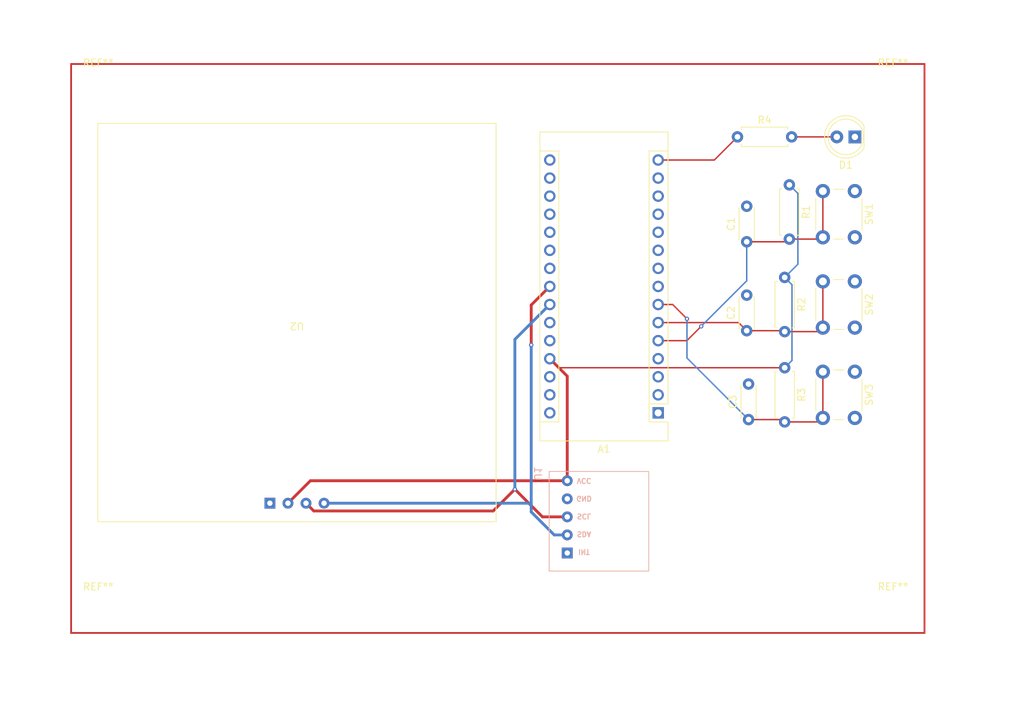
<source format=kicad_pcb>
(kicad_pcb (version 20211014) (generator pcbnew)
  (layers (0 "F.Cu" signal "Front") (31 "B.Cu" signal "Back") (34 "B.Paste" user) (35 "F.Paste" user) (36 "B.SilkS" user "B.Silkscreen") (37 "F.SilkS" user "F.Silkscreen") (38 "B.Mask" user) (39 "F.Mask" user) (44 "Edge.Cuts" user))
  (net 0 "")
  (net 4 "GND")
  (net 5 "Net-(A1-Pad5)")
  (net 6 "Net-(A1-Pad6)")
  (net 7 "Net-(A1-Pad7)")
  (net 15 "Net-(A1-Pad15)")
  (net 23 "Net-(A1-Pad23)")
  (net 24 "Net-(A1-Pad24)")
  (net 27 "+5V")
  (net 30 "Net-(D1-Pad2)")
  (footprint "Resistor_THT:R_Axial_DIN0207_L6.3mm_D2.5mm_P7.62mm_Horizontal" (layer "F.Cu") (at 181 67 -90)
    (fp_text reference "R1" (at 3.81 -2.37 90) (layer "F.SilkS"))
    (fp_text value "1k")
    (fp_line (start 0.54 1.37) (end 7.08 1.37) (layer "F.SilkS") (width 0.12))
    (fp_line (start 0.54 -1.37) (end 7.08 -1.37) (layer "F.SilkS") (width 0.12))
    (fp_line (start 7.08 -1.37) (end 7.08 -1.04) (layer "F.SilkS") (width 0.12))
    (fp_line (start 0.54 -1.04) (end 0.54 -1.37) (layer "F.SilkS") (width 0.12))
    (fp_line (start 0.54 1.04) (end 0.54 1.37) (layer "F.SilkS") (width 0.12))
    (fp_line (start 7.08 1.37) (end 7.08 1.04) (layer "F.SilkS") (width 0.12))
    (pad "1" thru_hole circle (at 0 0 270) (size 1.6 1.6) (drill 0.8) (layers *.Cu *.Mask) (net 27 "+5V"))
    (pad "2" thru_hole oval (at 7.62 0 270) (size 1.6 1.6) (drill 0.8) (layers *.Cu *.Mask) (net 5 "Net-(A1-Pad5)"))
  )
  (footprint "MountingHole:MountingHole_2.5mm" (layer "F.Cu") (at 83.82 53.34)
    (fp_text reference "REF**" (at 0 -3.5) (layer "F.SilkS"))
    (fp_text value "MountingHole_2.5mm")
    (pad "" np_thru_hole circle (at 0 0) (size 2.5 2.5) (drill 2.5) (layers *.Cu *.Mask))
  )
  (footprint "MountingHole:MountingHole_2.5mm" (layer "F.Cu") (at 195.58 53.34)
    (fp_text reference "REF**" (at 0 -3.5) (layer "F.SilkS"))
    (fp_text value "MountingHole_2.5mm")
    (pad "" np_thru_hole circle (at 0 0) (size 2.5 2.5) (drill 2.5) (layers *.Cu *.Mask))
  )
  (footprint "Button_Switch_THT:SW_PUSH_6mm" (layer "F.Cu") (at 190.21 80.57 -90)
    (fp_text reference "SW2" (at 3.25 -2 90) (layer "F.SilkS"))
    (fp_text value "SW_Push")
    (fp_line (start 5.5 -1) (end 1 -1) (layer "F.SilkS") (width 0.12))
    (fp_line (start 1 5.5) (end 5.5 5.5) (layer "F.SilkS") (width 0.12))
    (fp_line (start 6.75 3) (end 6.75 1.5) (layer "F.SilkS") (width 0.12))
    (fp_line (start -0.25 1.5) (end -0.25 3) (layer "F.SilkS") (width 0.12))
    (pad "1" thru_hole circle (at 0 0) (size 2 2) (drill 1.1) (layers *.Cu *.Mask) (net 4 "GND"))
    (pad "1" thru_hole circle (at 6.5 0) (size 2 2) (drill 1.1) (layers *.Cu *.Mask) (net 4 "GND"))
    (pad "2" thru_hole circle (at 6.5 4.5) (size 2 2) (drill 1.1) (layers *.Cu *.Mask) (net 6 "Net-(A1-Pad6)"))
    (pad "2" thru_hole circle (at 0 4.5) (size 2 2) (drill 1.1) (layers *.Cu *.Mask) (net 6 "Net-(A1-Pad6)"))
  )
  (footprint "Resistor_THT:R_Axial_DIN0207_L6.3mm_D2.5mm_P7.62mm_Horizontal" (layer "F.Cu") (at 180.34 92.71 -90)
    (fp_text reference "R3" (at 3.81 -2.37 90) (layer "F.SilkS"))
    (fp_text value "1k")
    (fp_line (start 0.54 1.37) (end 7.08 1.37) (layer "F.SilkS") (width 0.12))
    (fp_line (start 7.08 1.37) (end 7.08 1.04) (layer "F.SilkS") (width 0.12))
    (fp_line (start 0.54 -1.37) (end 7.08 -1.37) (layer "F.SilkS") (width 0.12))
    (fp_line (start 0.54 -1.04) (end 0.54 -1.37) (layer "F.SilkS") (width 0.12))
    (fp_line (start 7.08 -1.37) (end 7.08 -1.04) (layer "F.SilkS") (width 0.12))
    (fp_line (start 0.54 1.04) (end 0.54 1.37) (layer "F.SilkS") (width 0.12))
    (pad "1" thru_hole circle (at 0 0 270) (size 1.6 1.6) (drill 0.8) (layers *.Cu *.Mask) (net 27 "+5V"))
    (pad "2" thru_hole oval (at 7.62 0 270) (size 1.6 1.6) (drill 0.8) (layers *.Cu *.Mask) (net 7 "Net-(A1-Pad7)"))
  )
  (footprint "MountingHole:MountingHole_2.5mm" (layer "F.Cu") (at 83.82 127)
    (fp_text reference "REF**" (at 0 -3.5) (layer "F.SilkS"))
    (fp_text value "MountingHole_2.5mm")
    (pad "" np_thru_hole circle (at 0 0) (size 2.5 2.5) (drill 2.5) (layers *.Cu *.Mask))
  )
  (footprint "Capacitor_THT:C_Disc_D4.3mm_W1.9mm_P5.00mm" (layer "F.Cu") (at 175.26 100 90)
    (fp_text reference "C3" (at 2.5 -2.2 90) (layer "F.SilkS"))
    (fp_text value "100n")
    (fp_line (start 0.23 1.055) (end 0.23 1.07) (layer "F.SilkS") (width 0.12))
    (fp_line (start 0.23 -1.07) (end 0.23 -1.055) (layer "F.SilkS") (width 0.12))
    (fp_line (start 4.77 1.055) (end 4.77 1.07) (layer "F.SilkS") (width 0.12))
    (fp_line (start 0.23 -1.07) (end 4.77 -1.07) (layer "F.SilkS") (width 0.12))
    (fp_line (start 4.77 -1.07) (end 4.77 -1.055) (layer "F.SilkS") (width 0.12))
    (fp_line (start 0.23 1.07) (end 4.77 1.07) (layer "F.SilkS") (width 0.12))
    (pad "1" thru_hole circle (at 0 0 90) (size 1.6 1.6) (drill 0.8) (layers *.Cu *.Mask) (net 7 "Net-(A1-Pad7)"))
    (pad "2" thru_hole circle (at 5 0 90) (size 1.6 1.6) (drill 0.8) (layers *.Cu *.Mask) (net 4 "GND"))
  )
  (footprint "Button_Switch_THT:SW_PUSH_6mm" (layer "F.Cu") (at 190.21 93.27 -90)
    (fp_text reference "SW3" (at 3.25 -2 90) (layer "F.SilkS"))
    (fp_text value "SW_Push")
    (fp_line (start 5.5 -1) (end 1 -1) (layer "F.SilkS") (width 0.12))
    (fp_line (start 6.75 3) (end 6.75 1.5) (layer "F.SilkS") (width 0.12))
    (fp_line (start -0.25 1.5) (end -0.25 3) (layer "F.SilkS") (width 0.12))
    (fp_line (start 1 5.5) (end 5.5 5.5) (layer "F.SilkS") (width 0.12))
    (pad "1" thru_hole circle (at 0 0) (size 2 2) (drill 1.1) (layers *.Cu *.Mask) (net 4 "GND"))
    (pad "1" thru_hole circle (at 6.5 0) (size 2 2) (drill 1.1) (layers *.Cu *.Mask) (net 4 "GND"))
    (pad "2" thru_hole circle (at 6.5 4.5) (size 2 2) (drill 1.1) (layers *.Cu *.Mask) (net 7 "Net-(A1-Pad7)"))
    (pad "2" thru_hole circle (at 0 4.5) (size 2 2) (drill 1.1) (layers *.Cu *.Mask) (net 7 "Net-(A1-Pad7)"))
  )
  (footprint "Resistor_THT:R_Axial_DIN0207_L6.3mm_D2.5mm_P7.62mm_Horizontal" (layer "F.Cu") (at 180.34 80.01 -90)
    (fp_text reference "R2" (at 3.81 -2.37 90) (layer "F.SilkS"))
    (fp_text value "1k")
    (fp_line (start 0.54 -1.04) (end 0.54 -1.37) (layer "F.SilkS") (width 0.12))
    (fp_line (start 7.08 1.37) (end 7.08 1.04) (layer "F.SilkS") (width 0.12))
    (fp_line (start 0.54 1.04) (end 0.54 1.37) (layer "F.SilkS") (width 0.12))
    (fp_line (start 7.08 -1.37) (end 7.08 -1.04) (layer "F.SilkS") (width 0.12))
    (fp_line (start 0.54 -1.37) (end 7.08 -1.37) (layer "F.SilkS") (width 0.12))
    (fp_line (start 0.54 1.37) (end 7.08 1.37) (layer "F.SilkS") (width 0.12))
    (pad "1" thru_hole circle (at 0 0 270) (size 1.6 1.6) (drill 0.8) (layers *.Cu *.Mask) (net 27 "+5V"))
    (pad "2" thru_hole oval (at 7.62 0 270) (size 1.6 1.6) (drill 0.8) (layers *.Cu *.Mask) (net 6 "Net-(A1-Pad6)"))
  )
  (footprint "Capacitor_THT:C_Disc_D4.3mm_W1.9mm_P5.00mm" (layer "F.Cu") (at 175 87.5 90)
    (fp_text reference "C2" (at 2.5 -2.2 90) (layer "F.SilkS"))
    (fp_text value "100n")
    (fp_line (start 0.23 -1.07) (end 0.23 -1.055) (layer "F.SilkS") (width 0.12))
    (fp_line (start 4.77 -1.07) (end 4.77 -1.055) (layer "F.SilkS") (width 0.12))
    (fp_line (start 0.23 1.055) (end 0.23 1.07) (layer "F.SilkS") (width 0.12))
    (fp_line (start 0.23 1.07) (end 4.77 1.07) (layer "F.SilkS") (width 0.12))
    (fp_line (start 4.77 1.055) (end 4.77 1.07) (layer "F.SilkS") (width 0.12))
    (fp_line (start 0.23 -1.07) (end 4.77 -1.07) (layer "F.SilkS") (width 0.12))
    (pad "1" thru_hole circle (at 0 0 90) (size 1.6 1.6) (drill 0.8) (layers *.Cu *.Mask) (net 6 "Net-(A1-Pad6)"))
    (pad "2" thru_hole circle (at 5 0 90) (size 1.6 1.6) (drill 0.8) (layers *.Cu *.Mask) (net 4 "GND"))
  )
  (footprint "Resistor_THT:R_Axial_DIN0207_L6.3mm_D2.5mm_P7.62mm_Horizontal" (layer "F.Cu") (at 173.7 60.25)
    (fp_text reference "R4" (at 3.81 -2.37) (layer "F.SilkS"))
    (fp_text value "1k")
    (fp_line (start 0.54 -1.37) (end 7.08 -1.37) (layer "F.SilkS") (width 0.12))
    (fp_line (start 7.08 -1.37) (end 7.08 -1.04) (layer "F.SilkS") (width 0.12))
    (fp_line (start 0.54 -1.04) (end 0.54 -1.37) (layer "F.SilkS") (width 0.12))
    (fp_line (start 7.08 1.37) (end 7.08 1.04) (layer "F.SilkS") (width 0.12))
    (fp_line (start 0.54 1.04) (end 0.54 1.37) (layer "F.SilkS") (width 0.12))
    (fp_line (start 0.54 1.37) (end 7.08 1.37) (layer "F.SilkS") (width 0.12))
    (pad "1" thru_hole circle (at 0 0) (size 1.6 1.6) (drill 0.8) (layers *.Cu *.Mask) (net 15 "Net-(A1-Pad15)"))
    (pad "2" thru_hole oval (at 7.62 0) (size 1.6 1.6) (drill 0.8) (layers *.Cu *.Mask) (net 30 "Net-(D1-Pad2)"))
  )
  (footprint "Button_Switch_THT:SW_PUSH_6mm" (layer "F.Cu") (at 190.21 67.87 -90)
    (fp_text reference "SW1" (at 3.25 -2 90) (layer "F.SilkS"))
    (fp_text value "SW_Push")
    (fp_line (start -0.25 1.5) (end -0.25 3) (layer "F.SilkS") (width 0.12))
    (fp_line (start 1 5.5) (end 5.5 5.5) (layer "F.SilkS") (width 0.12))
    (fp_line (start 5.5 -1) (end 1 -1) (layer "F.SilkS") (width 0.12))
    (fp_line (start 6.75 3) (end 6.75 1.5) (layer "F.SilkS") (width 0.12))
    (pad "1" thru_hole circle (at 6.5 0) (size 2 2) (drill 1.1) (layers *.Cu *.Mask) (net 4 "GND"))
    (pad "1" thru_hole circle (at 0 0) (size 2 2) (drill 1.1) (layers *.Cu *.Mask) (net 4 "GND"))
    (pad "2" thru_hole circle (at 0 4.5) (size 2 2) (drill 1.1) (layers *.Cu *.Mask) (net 5 "Net-(A1-Pad5)"))
    (pad "2" thru_hole circle (at 6.5 4.5) (size 2 2) (drill 1.1) (layers *.Cu *.Mask) (net 5 "Net-(A1-Pad5)"))
  )
  (footprint "Capacitor_THT:C_Disc_D4.3mm_W1.9mm_P5.00mm" (layer "F.Cu") (at 175 75 90)
    (fp_text reference "C1" (at 2.5 -2.2 90) (layer "F.SilkS"))
    (fp_text value "100n")
    (fp_line (start 0.23 1.055) (end 0.23 1.07) (layer "F.SilkS") (width 0.12))
    (fp_line (start 0.23 -1.07) (end 4.77 -1.07) (layer "F.SilkS") (width 0.12))
    (fp_line (start 0.23 1.07) (end 4.77 1.07) (layer "F.SilkS") (width 0.12))
    (fp_line (start 4.77 -1.07) (end 4.77 -1.055) (layer "F.SilkS") (width 0.12))
    (fp_line (start 4.77 1.055) (end 4.77 1.07) (layer "F.SilkS") (width 0.12))
    (fp_line (start 0.23 -1.07) (end 0.23 -1.055) (layer "F.SilkS") (width 0.12))
    (pad "1" thru_hole circle (at 0 0 90) (size 1.6 1.6) (drill 0.8) (layers *.Cu *.Mask) (net 5 "Net-(A1-Pad5)"))
    (pad "2" thru_hole circle (at 5 0 90) (size 1.6 1.6) (drill 0.8) (layers *.Cu *.Mask) (net 4 "GND"))
  )
  (footprint "MountingHole:MountingHole_2.5mm" (layer "F.Cu") (at 195.58 127)
    (fp_text reference "REF**" (at 0 -3.5) (layer "F.SilkS"))
    (fp_text value "MountingHole_2.5mm")
    (pad "" np_thru_hole circle (at 0 0) (size 2.5 2.5) (drill 2.5) (layers *.Cu *.Mask))
  )
  (footprint "spo2_stuff:SSD1036" (layer "F.Cu") (at 111.76 86.36 180)
    (fp_text reference "U2" (at 0 -0.5 180 unlocked) (layer "F.SilkS"))
    (fp_text value "SSD1036")
    (fp_rect (start -28 -28) (end 28 28) (layer "F.SilkS") (width 0.12) (fill none))
    (pad "1" thru_hole rect (at 3.81 -25.4 180) (size 1.524 1.524) (drill 0.762) (layers *.Cu *.Mask) (net 4 "GND"))
    (pad "2" thru_hole circle (at 1.27 -25.4 180) (size 1.524 1.524) (drill 0.762) (layers *.Cu *.Mask) (net 27 "+5V"))
    (pad "3" thru_hole circle (at -1.27 -25.4 180) (size 1.524 1.524) (drill 0.762) (layers *.Cu *.Mask) (net 24 "Net-(A1-Pad24)"))
    (pad "4" thru_hole circle (at -3.81 -25.4 180) (size 1.524 1.524) (drill 0.762) (layers *.Cu *.Mask) (net 23 "Net-(A1-Pad23)"))
  )
  (footprint "LED_THT:LED_D5.0mm" (layer "F.Cu") (at 190.21 60.25 180)
    (fp_text reference "D1" (at 1.27 -3.96) (layer "F.SilkS"))
    (fp_text value "LED")
    (fp_line (start -1.29 -1.545) (end -1.29 1.545) (layer "F.SilkS") (width 0.12))
    (fp_arc (start 4.26 -0.000462) (mid 2.072002 2.880433) (end -1.29 1.54483) (layer "F.SilkS") (width 0.12))
    (fp_arc (start -1.29 -1.54483) (mid 2.072002 -2.880433) (end 4.26 0.000462) (layer "F.SilkS") (width 0.12))
    (fp_circle (center 1.27 0) (end 3.77 0) (layer "F.SilkS") (width 0.12) (fill none))
    (pad "1" thru_hole rect (at 0 0 180) (size 1.8 1.8) (drill 0.9) (layers *.Cu *.Mask) (net 4 "GND"))
    (pad "2" thru_hole circle (at 2.54 0 180) (size 1.8 1.8) (drill 0.9) (layers *.Cu *.Mask) (net 30 "Net-(D1-Pad2)"))
  )
  (footprint "Module:Arduino_Nano" (layer "F.Cu") (at 162.55 99.06 180)
    (fp_text reference "A1" (at 7.62 -5.08) (layer "F.SilkS"))
    (fp_text value "Arduino_Nano_v3.x")
    (fp_line (start 1.27 36.83) (end -1.4 36.83) (layer "F.SilkS") (width 0.12))
    (fp_line (start -1.4 1.27) (end -1.4 39.5) (layer "F.SilkS") (width 0.12))
    (fp_line (start 1.27 1.27) (end 1.27 -1.27) (layer "F.SilkS") (width 0.12))
    (fp_line (start 1.27 1.27) (end -1.4 1.27) (layer "F.SilkS") (width 0.12))
    (fp_line (start 1.27 1.27) (end 1.27 36.83) (layer "F.SilkS") (width 0.12))
    (fp_line (start 16.64 -3.94) (end -1.4 -3.94) (layer "F.SilkS") (width 0.12))
    (fp_line (start 16.64 39.5) (end 16.64 -3.94) (layer "F.SilkS") (width 0.12))
    (fp_line (start 1.27 -1.27) (end -1.4 -1.27) (layer "F.SilkS") (width 0.12))
    (fp_line (start 13.97 -1.27) (end 16.64 -1.27) (layer "F.SilkS") (width 0.12))
    (fp_line (start 13.97 36.83) (end 16.64 36.83) (layer "F.SilkS") (width 0.12))
    (fp_line (start -1.4 -3.94) (end -1.4 -1.27) (layer "F.SilkS") (width 0.12))
    (fp_line (start 13.97 -1.27) (end 13.97 36.83) (layer "F.SilkS") (width 0.12))
    (fp_line (start -1.4 39.5) (end 16.64 39.5) (layer "F.SilkS") (width 0.12))
    (pad "1" thru_hole rect (at 0 0 180) (size 1.6 1.6) (drill 1) (layers *.Cu *.Mask))
    (pad "2" thru_hole oval (at 0 2.54 180) (size 1.6 1.6) (drill 1) (layers *.Cu *.Mask))
    (pad "3" thru_hole oval (at 0 5.08 180) (size 1.6 1.6) (drill 1) (layers *.Cu *.Mask))
    (pad "4" thru_hole oval (at 0 7.62 180) (size 1.6 1.6) (drill 1) (layers *.Cu *.Mask) (net 4 "GND"))
    (pad "5" thru_hole oval (at 0 10.16 180) (size 1.6 1.6) (drill 1) (layers *.Cu *.Mask) (net 5 "Net-(A1-Pad5)"))
    (pad "6" thru_hole oval (at 0 12.7 180) (size 1.6 1.6) (drill 1) (layers *.Cu *.Mask) (net 6 "Net-(A1-Pad6)"))
    (pad "7" thru_hole oval (at 0 15.24 180) (size 1.6 1.6) (drill 1) (layers *.Cu *.Mask) (net 7 "Net-(A1-Pad7)"))
    (pad "8" thru_hole oval (at 0 17.78 180) (size 1.6 1.6) (drill 1) (layers *.Cu *.Mask))
    (pad "9" thru_hole oval (at 0 20.32 180) (size 1.6 1.6) (drill 1) (layers *.Cu *.Mask))
    (pad "10" thru_hole oval (at 0 22.86 180) (size 1.6 1.6) (drill 1) (layers *.Cu *.Mask))
    (pad "11" thru_hole oval (at 0 25.4 180) (size 1.6 1.6) (drill 1) (layers *.Cu *.Mask))
    (pad "12" thru_hole oval (at 0 27.94 180) (size 1.6 1.6) (drill 1) (layers *.Cu *.Mask))
    (pad "13" thru_hole oval (at 0 30.48 180) (size 1.6 1.6) (drill 1) (layers *.Cu *.Mask))
    (pad "14" thru_hole oval (at 0 33.02 180) (size 1.6 1.6) (drill 1) (layers *.Cu *.Mask))
    (pad "15" thru_hole oval (at 0 35.56 180) (size 1.6 1.6) (drill 1) (layers *.Cu *.Mask) (net 15 "Net-(A1-Pad15)"))
    (pad "16" thru_hole oval (at 15.24 35.56 180) (size 1.6 1.6) (drill 1) (layers *.Cu *.Mask))
    (pad "17" thru_hole oval (at 15.24 33.02 180) (size 1.6 1.6) (drill 1) (layers *.Cu *.Mask))
    (pad "18" thru_hole oval (at 15.24 30.48 180) (size 1.6 1.6) (drill 1) (layers *.Cu *.Mask))
    (pad "19" thru_hole oval (at 15.24 27.94 180) (size 1.6 1.6) (drill 1) (layers *.Cu *.Mask))
    (pad "20" thru_hole oval (at 15.24 25.4 180) (size 1.6 1.6) (drill 1) (layers *.Cu *.Mask))
    (pad "21" thru_hole oval (at 15.24 22.86 180) (size 1.6 1.6) (drill 1) (layers *.Cu *.Mask))
    (pad "22" thru_hole oval (at 15.24 20.32 180) (size 1.6 1.6) (drill 1) (layers *.Cu *.Mask))
    (pad "23" thru_hole oval (at 15.24 17.78 180) (size 1.6 1.6) (drill 1) (layers *.Cu *.Mask) (net 23 "Net-(A1-Pad23)"))
    (pad "24" thru_hole oval (at 15.24 15.24 180) (size 1.6 1.6) (drill 1) (layers *.Cu *.Mask) (net 24 "Net-(A1-Pad24)"))
    (pad "25" thru_hole oval (at 15.24 12.7 180) (size 1.6 1.6) (drill 1) (layers *.Cu *.Mask))
    (pad "26" thru_hole oval (at 15.24 10.16 180) (size 1.6 1.6) (drill 1) (layers *.Cu *.Mask))
    (pad "27" thru_hole oval (at 15.24 7.62 180) (size 1.6 1.6) (drill 1) (layers *.Cu *.Mask) (net 27 "+5V"))
    (pad "28" thru_hole oval (at 15.24 5.08 180) (size 1.6 1.6) (drill 1) (layers *.Cu *.Mask))
    (pad "29" thru_hole oval (at 15.24 2.54 180) (size 1.6 1.6) (drill 1) (layers *.Cu *.Mask) (net 4 "GND"))
    (pad "30" thru_hole oval (at 15.24 0 180) (size 1.6 1.6) (drill 1) (layers *.Cu *.Mask))
  )
  (footprint "spo2_stuff:MAX3103_Module" (layer "B.Cu") (at 172.625 108.6 90)
    (fp_text reference "U1" (at 1 -27 270 unlocked) (layer "B.SilkS") (effects (justify mirror)))
    (fp_text value "MAX302_Module")
    (fp_text user "SDA" (at -7.5 -20.5 180 unlocked) (layer "B.SilkS") (effects (font (size 0.7 0.7)) (justify mirror)))
    (fp_text user "GND" (at -2.5 -20.5 180 unlocked) (layer "B.SilkS") (effects (font (size 0.7 0.7)) (justify mirror)))
    (fp_text user "INT" (at -10 -20.5 180 unlocked) (layer "B.SilkS") (effects (font (size 0.7 0.7)) (justify mirror)))
    (fp_text user "SCL" (at -5 -20.5 180 unlocked) (layer "B.SilkS") (effects (font (size 0.7 0.7)) (justify mirror)))
    (fp_text user "VCC" (at 0 -20.5 180 unlocked) (layer "B.SilkS") (effects (font (size 0.7 0.7)) (justify mirror)))
    (fp_rect (start -12.7 -11.4) (end 1.3 -25.4) (layer "B.SilkS") (width 0.12) (fill none))
    (pad "1" thru_hole rect (at -10.16 -22.86 90) (size 1.524 1.524) (drill 0.762) (layers *.Cu *.Mask))
    (pad "2" thru_hole circle (at -7.62 -22.86 90) (size 1.524 1.524) (drill 0.762) (layers *.Cu *.Mask) (net 23 "Net-(A1-Pad23)"))
    (pad "3" thru_hole circle (at -5.08 -22.86 90) (size 1.524 1.524) (drill 0.762) (layers *.Cu *.Mask) (net 24 "Net-(A1-Pad24)"))
    (pad "4" thru_hole circle (at -2.54 -22.86 90) (size 1.524 1.524) (drill 0.762) (layers *.Cu *.Mask) (net 4 "GND"))
    (pad "5" thru_hole circle (at 0 -22.86 90) (size 1.524 1.524) (drill 0.762) (layers *.Cu *.Mask) (net 27 "+5V"))
  )
  (gr_line (start 200 50) (end 80 50) (layer "F.Cu") (width 0.254))
  (gr_line (start 200 130) (end 200 50) (layer "F.Cu") (width 0.254))
  (gr_line (start 80 130) (end 200 130) (layer "F.Cu") (width 0.254))
  (gr_line (start 80 50) (end 80 130) (layer "F.Cu") (width 0.254))
  (segment (start 175 75) (end 180.62 75) (width 0.2) (layer "F.Cu") (net 5))
  (segment (start 185.46 74.62) (end 185.71 74.37) (width 0.2) (layer "F.Cu") (net 5))
  (segment (start 162.55 88.9) (end 166.5865 88.9) (width 0.2) (layer "F.Cu") (net 5))
  (segment (start 180.62 75) (end 181 74.62) (width 0.2) (layer "F.Cu") (net 5))
  (segment (start 181 74.62) (end 185.46 74.62) (width 0.2) (layer "F.Cu") (net 5))
  (segment (start 185.71 74.37) (end 185.71 67.87) (width 0.2) (layer "F.Cu") (net 5))
  (segment (start 166.5865 88.9) (end 168.6 86.8865) (width 0.2) (layer "F.Cu") (net 5))
  (via (at 168.6 86.8865) (size 0.6) (drill 0.3) (layers "F.Cu" "B.Cu") (net 5))
  (segment (start 168.6 86.8865) (end 175 80.4865) (width 0.2) (layer "B.Cu") (net 5))
  (segment (start 175 80.4865) (end 175 75) (width 0.2) (layer "B.Cu") (net 5))
  (segment (start 185.71 87.07) (end 185.71 80.57) (width 0.2) (layer "F.Cu") (net 6))
  (segment (start 173.86 86.36) (end 175 87.5) (width 0.2) (layer "F.Cu") (net 6))
  (segment (start 175 87.5) (end 180.21 87.5) (width 0.2) (layer "F.Cu") (net 6))
  (segment (start 180.34 87.63) (end 185.15 87.63) (width 0.2) (layer "F.Cu") (net 6))
  (segment (start 185.15 87.63) (end 185.71 87.07) (width 0.2) (layer "F.Cu") (net 6))
  (segment (start 162.55 86.36) (end 173.86 86.36) (width 0.2) (layer "F.Cu") (net 6))
  (segment (start 180.21 87.5) (end 180.34 87.63) (width 0.2) (layer "F.Cu") (net 6))
  (segment (start 162.55 83.82) (end 164.5865 83.82) (width 0.2) (layer "F.Cu") (net 7))
  (segment (start 180.34 100.33) (end 185.15 100.33) (width 0.2) (layer "F.Cu") (net 7))
  (segment (start 164.5865 83.82) (end 166.6 85.8335) (width 0.2) (layer "F.Cu") (net 7))
  (segment (start 175.26 100) (end 180.01 100) (width 0.2) (layer "F.Cu") (net 7))
  (segment (start 185.71 99.77) (end 185.71 93.27) (width 0.2) (layer "F.Cu") (net 7))
  (segment (start 185.15 100.33) (end 185.71 99.77) (width 0.2) (layer "F.Cu") (net 7))
  (segment (start 180.01 100) (end 180.34 100.33) (width 0.2) (layer "F.Cu") (net 7))
  (via (at 166.6 85.8335) (size 0.6) (drill 0.3) (layers "F.Cu" "B.Cu") (net 7))
  (segment (start 166.6 85.8335) (end 166.6 91.34) (width 0.2) (layer "B.Cu") (net 7))
  (segment (start 166.6 91.34) (end 175.26 100) (width 0.2) (layer "B.Cu") (net 7))
  (segment (start 162.55 63.5) (end 170.45 63.5) (width 0.2) (layer "F.Cu") (net 15))
  (segment (start 170.45 63.5) (end 173.7 60.25) (width 0.2) (layer "F.Cu") (net 15))
  (segment (start 144.7 83.89) (end 147.31 81.28) (width 0.4) (layer "F.Cu") (net 23))
  (segment (start 144.7 89.5) (end 144.7 83.89) (width 0.4) (layer "F.Cu") (net 23))
  (via (at 144.7 89.5) (size 0.6) (drill 0.3) (layers "F.Cu" "B.Cu") (net 23))
  (segment (start 144.7 112.986021) (end 144.7 112) (width 0.4) (layer "B.Cu") (net 23))
  (segment (start 144.7 112) (end 144.7 89.5) (width 0.4) (layer "B.Cu") (net 23))
  (segment (start 149.765 116.22) (end 147.933979 116.22) (width 0.4) (layer "B.Cu") (net 23))
  (segment (start 115.57 111.76) (end 144.46 111.76) (width 0.4) (layer "B.Cu") (net 23))
  (segment (start 147.933979 116.22) (end 144.7 112.986021) (width 0.4) (layer "B.Cu") (net 23))
  (segment (start 144.46 111.76) (end 144.7 112) (width 0.4) (layer "B.Cu") (net 23))
  (segment (start 146.28 113.68) (end 142.4 109.8) (width 0.4) (layer "F.Cu") (net 24))
  (segment (start 113.03 111.76) (end 114.118511 112.848511) (width 0.4) (layer "F.Cu") (net 24))
  (segment (start 149.765 113.68) (end 146.28 113.68) (width 0.4) (layer "F.Cu") (net 24))
  (segment (start 114.118511 112.848511) (end 139.351489 112.848511) (width 0.4) (layer "F.Cu") (net 24))
  (segment (start 139.351489 112.848511) (end 142.4 109.8) (width 0.4) (layer "F.Cu") (net 24))
  (via (at 142.4 109.8) (size 0.6) (drill 0.3) (layers "F.Cu" "B.Cu") (net 24))
  (segment (start 142.4 109.8) (end 142.4 88.73) (width 0.4) (layer "B.Cu") (net 24))
  (segment (start 142.4 88.73) (end 147.31 83.82) (width 0.4) (layer "B.Cu") (net 24))
  (segment (start 113.65 108.6) (end 110.49 111.76) (width 0.4) (layer "F.Cu") (net 27))
  (segment (start 149.765 108.6) (end 149.765 93.895) (width 0.4) (layer "F.Cu") (net 27))
  (segment (start 148.58 92.71) (end 147.31 91.44) (width 0.2) (layer "F.Cu") (net 27))
  (segment (start 149.765 93.895) (end 147.31 91.44) (width 0.4) (layer "F.Cu") (net 27))
  (segment (start 180.34 92.71) (end 148.58 92.71) (width 0.2) (layer "F.Cu") (net 27))
  (segment (start 149.765 108.6) (end 113.65 108.6) (width 0.4) (layer "F.Cu") (net 27))
  (segment (start 180.34 92.71) (end 181.366511 91.683489) (width 0.2) (layer "B.Cu") (net 27))
  (segment (start 180.34 80.01) (end 182.2 78.15) (width 0.2) (layer "B.Cu") (net 27))
  (segment (start 182.2 68.2) (end 181 67) (width 0.2) (layer "B.Cu") (net 27))
  (segment (start 182.2 78.15) (end 182.2 68.2) (width 0.2) (layer "B.Cu") (net 27))
  (segment (start 181.366511 81.036511) (end 180.34 80.01) (width 0.2) (layer "B.Cu") (net 27))
  (segment (start 181.366511 91.683489) (end 181.366511 81.036511) (width 0.2) (layer "B.Cu") (net 27))
  (segment (start 181.32 60.25) (end 187.67 60.25) (width 0.2) (layer "F.Cu") (net 30))
)
</source>
